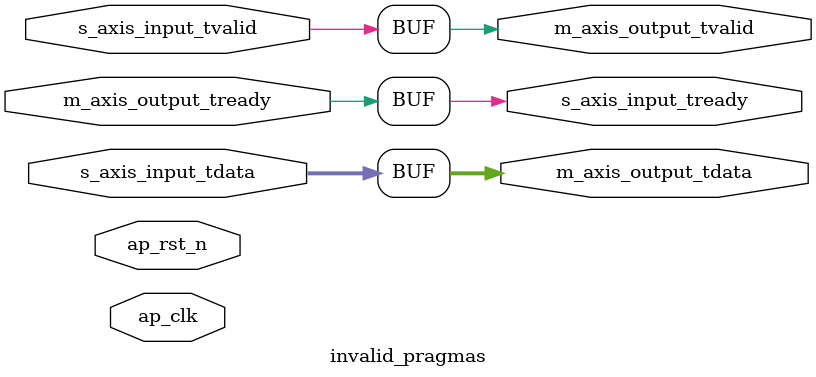
<source format=sv>

module invalid_pragmas #(
    parameter integer VALID_PARAM = 32,
    parameter integer WIDTH = 16,
    parameter integer DEPTH = 8,
    parameter integer s_axis_input_BDIM = 32,
    parameter integer s_axis_input_SDIM = 512,
    parameter integer m_axis_output_BDIM = 32
) (
    // Global control
    input wire ap_clk,
    input wire ap_rst_n,
    
    // Valid interface to ensure module can still work
    input wire [WIDTH-1:0] s_axis_input_tdata,
    input wire s_axis_input_tvalid,
    output wire s_axis_input_tready,
    
    output wire [WIDTH-1:0] m_axis_output_tdata,
    output wire m_axis_output_tvalid,
    input wire m_axis_output_tready
);

    // Invalid pragma: Unknown pragma type
    // @brainsmith UNKNOWN_PRAGMA some arguments
    
    // Invalid pragma: BDIM with no arguments
    // @brainsmith BDIM
    
    // Invalid pragma: BDIM with only interface name
    // @brainsmith BDIM s_axis_input
    
    // Invalid pragma: DATATYPE with wrong number of arguments
    // @brainsmith DATATYPE s_axis_input UINT
    // @brainsmith DATATYPE s_axis_input UINT 8
    // @brainsmith DATATYPE s_axis_input UINT 8 4 extra_arg
    
    // Invalid pragma: DATATYPE with invalid base type
    // @brainsmith DATATYPE s_axis_input INVALID_TYPE 8 32
    
    // Invalid pragma: DATATYPE with invalid bit widths
    // @brainsmith DATATYPE s_axis_input UINT -8 32
    // @brainsmith DATATYPE s_axis_input UINT 0 32
    // @brainsmith DATATYPE s_axis_input UINT 64 32
    
    // Invalid pragma: ALIAS without target name
    // @brainsmith ALIAS VALID_PARAM
    
    // Invalid pragma: DERIVED_PARAMETER without expression
    // @brainsmith DERIVED_PARAMETER RESULT
    
    // Invalid pragma: WEIGHT with no interface name
    // @brainsmith WEIGHT
    
    // Invalid pragma: RELATIONSHIP with insufficient arguments
    // @brainsmith RELATIONSHIP s_axis_input
    // @brainsmith RELATIONSHIP s_axis_input m_axis_output
    
    // Invalid pragma: TOP_MODULE with multiple modules (though only one exists)
    // @brainsmith TOP_MODULE nonexistent_module
    
    // Invalid pragma: BDIM with invalid list syntax
    // @brainsmith BDIM s_axis_input [32, 32
    // @brainsmith BDIM s_axis_input 32, 32]
    // @brainsmith BDIM s_axis_input [32 32]
    
    // Invalid pragma: Named argument with invalid syntax
    // @brainsmith BDIM s_axis_input WIDTH SHAPE=[32,32
    // @brainsmith BDIM s_axis_input WIDTH SHAPE=
    
    // Invalid pragma: DATATYPE_PARAM with invalid property
    // @brainsmith DATATYPE_PARAM s_axis_input invalid_property SOME_PARAM
    
    // Invalid pragma: Applying to non-existent interface
    // @brainsmith BDIM nonexistent_interface SOME_PARAM
    // @brainsmith DATATYPE nonexistent_interface UINT 8 32
    
    // Simple implementation
    assign m_axis_output_tdata = s_axis_input_tdata;
    assign m_axis_output_tvalid = s_axis_input_tvalid;
    assign s_axis_input_tready = m_axis_output_tready;

endmodule
</source>
